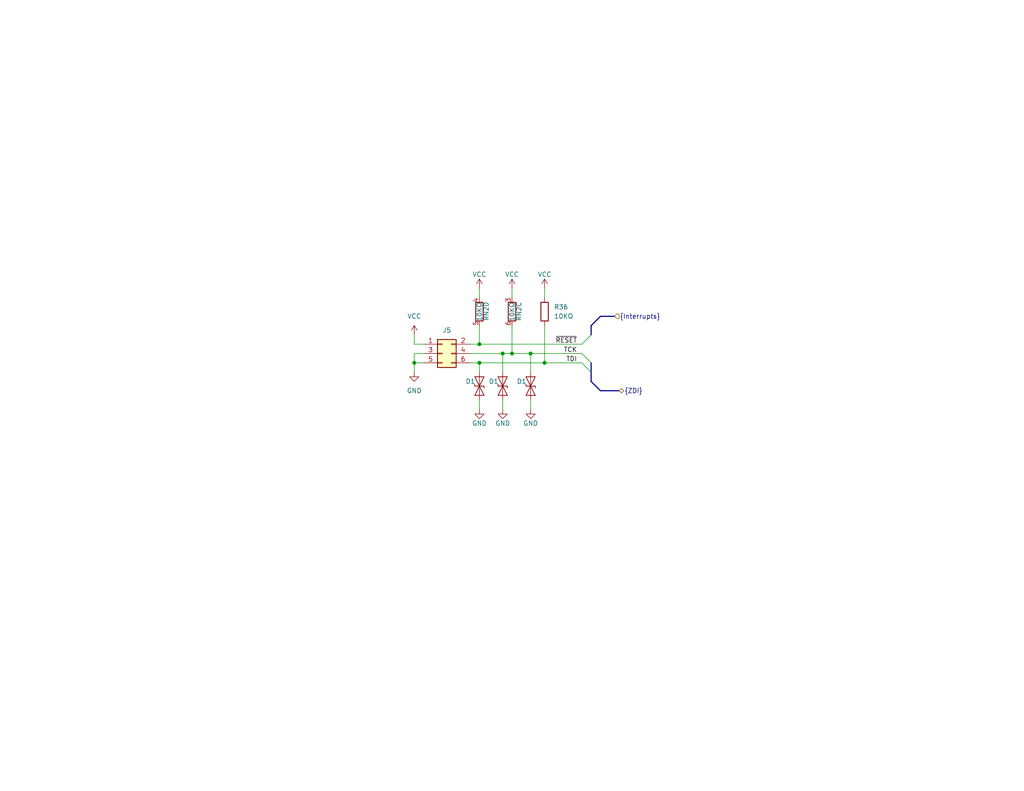
<source format=kicad_sch>
(kicad_sch (version 20230121) (generator eeschema)
  (paper "USLetter")
  (lib_symbols
    (symbol "Device:R_Pack04_Split" (pin_names (offset 0) hide)
      (property "Reference" "RN" (at 2.032 0 90))
      (property "Value" "R_Pack04_Split" (at 0 0 90))
      (symbol "R_Pack04_Split_0_1"
        (rectangle (start 1.016 2.54) (end -1.016 -2.54) (stroke (width 0.254)))
      )
      (symbol "R_Pack04_Split_1_1"
        (pin passive line (at 0 -3.81 90) (length 1.27) (name "R1.1") (number "1"))
        (pin passive line (at 0 3.81 270) (length 1.27) (name "R1.2") (number "8"))
      )
      (symbol "R_Pack04_Split_2_1"
        (pin passive line (at 0 -3.81 90) (length 1.27) (name "R2.1") (number "2"))
        (pin passive line (at 0 3.81 270) (length 1.27) (name "R2.2") (number "7"))
      )
      (symbol "R_Pack04_Split_3_1"
        (pin passive line (at 0 -3.81 90) (length 1.27) (name "R3.1") (number "3"))
        (pin passive line (at 0 3.81 270) (length 1.27) (name "R3.2") (number "6"))
      )
      (symbol "R_Pack04_Split_4_1"
        (pin passive line (at 0 -3.81 90) (length 1.27) (name "R4.1") (number "4"))
        (pin passive line (at 0 3.81 270) (length 1.27) (name "R4.2") (number "5"))
      )
    )
    (symbol "Diode:ESD9B3.3ST5G" (pin_numbers hide) (pin_names (offset 1.016) hide)
      (property "Reference" "D" (at 0 2.54 0))
      (property "Value" "ESD9B3.3ST5G" (at 0 -2.54 0))
      (symbol "ESD9B3.3ST5G_0_1"
        (polyline (pts (xy 1.27 0) (xy -1.27 0)))
        (polyline (pts (xy -2.54 -1.27) (xy 0 0) (xy -2.54 1.27) (xy -2.54 -1.27)) (stroke (width 0.2032)))
        (polyline (pts (xy 0.508 1.27) (xy 0 1.27) (xy 0 -1.27) (xy -0.508 -1.27)) (stroke (width 0.2032)))
        (polyline (pts (xy 2.54 1.27) (xy 2.54 -1.27) (xy 0 0) (xy 2.54 1.27)) (stroke (width 0.2032)))
      )
      (symbol "ESD9B3.3ST5G_1_1"
        (pin passive line (at -3.81 0 0) (length 2.54) (name "A1") (number "1"))
        (pin passive line (at 3.81 0 180) (length 2.54) (name "A2") (number "2"))
      )
    )
    (symbol "Turaco:Conn_02x03_Odd_Even" (pin_names (offset 1.016) hide)
      (property "Reference" "J" (at 1.27 5.08 0))
      (property "Value" "Conn_02x03_Odd_Even" (at 1.27 -5.08 0))
      (symbol "Conn_02x03_Odd_Even_1_1"
        (rectangle (start -1.27 -2.413) (end 0 -2.667) (stroke (width 0.1524)))
        (rectangle (start -1.27 0.127) (end 0 -0.127) (stroke (width 0.1524)))
        (rectangle (start -1.27 2.667) (end 0 2.413) (stroke (width 0.1524)))
        (rectangle (start -1.27 3.81) (end 3.81 -3.81) (stroke (width 0.254)) (fill (type background)))
        (rectangle (start 3.81 -2.413) (end 2.54 -2.667) (stroke (width 0.1524)))
        (rectangle (start 3.81 0.127) (end 2.54 -0.127) (stroke (width 0.1524)))
        (rectangle (start 3.81 2.667) (end 2.54 2.413) (stroke (width 0.1524)))
        (pin passive line (at -5.08 2.54 0) (length 3.81) (name "Pin_1") (number "1"))
        (pin passive line (at 7.62 2.54 180) (length 3.81) (name "Pin_2") (number "2"))
        (pin passive line (at -5.08 0 0) (length 3.81) (name "Pin_3") (number "3"))
        (pin passive line (at 7.62 0 180) (length 3.81) (name "Pin_4") (number "4"))
        (pin passive line (at -5.08 -2.54 0) (length 3.81) (name "Pin_5") (number "5"))
        (pin passive line (at 7.62 -2.54 180) (length 3.81) (name "Pin_6") (number "6"))
      )
    )
    (symbol "Turaco:R" (pin_numbers hide) (pin_names (offset 0))
      (property "Reference" "R" (at 2.032 0 90))
      (property "Value" "R" (at 0 0 90))
      (symbol "R_0_1"
        (rectangle (start -1.016 -2.54) (end 1.016 2.54) (stroke (width 0.254)))
      )
      (symbol "R_1_1"
        (pin passive line (at 0 3.81 270) (length 1.27) (name "~") (number "1"))
        (pin passive line (at 0 -3.81 90) (length 1.27) (name "~") (number "2"))
      )
    )
    (symbol "power:GND" (power) (pin_names (offset 0))
      (property "Value" "GND" (at 0 -3.81 0))
      (symbol "GND_0_1"
        (polyline (pts (xy 0 0) (xy 0 -1.27) (xy 1.27 -1.27) (xy 0 -2.54) (xy -1.27 -1.27) (xy 0 -1.27)))
      )
      (symbol "GND_1_1"
        (pin power_in line (at 0 0 270) (length 0) hide (name "GND") (number "1"))
      )
    )
    (symbol "power:VCC" (power) (pin_names (offset 0))
      (property "Value" "VCC" (at 0 3.81 0))
      (symbol "VCC_0_1"
        (polyline (pts (xy -0.762 1.27) (xy 0 2.54)))
        (polyline (pts (xy 0 0) (xy 0 2.54)))
        (polyline (pts (xy 0 2.54) (xy 0.762 1.27)))
      )
      (symbol "VCC_1_1"
        (pin power_in line (at 0 0 90) (length 0) hide (name "VCC") (number "1"))
      )
    )
  )
  (junction (at 144.78 96.52))
  (junction (at 113.03 99.06))
  (junction (at 130.81 93.98))
  (junction (at 130.81 99.06))
  (junction (at 139.7 96.52))
  (junction (at 148.59 99.06))
  (junction (at 137.16 96.52))
  (bus_entry (at 161.29 101.6) (size -2.54 -2.54))
  (bus_entry (at 161.29 99.06) (size -2.54 -2.54))
  (bus_entry (at 161.29 91.44) (size -2.54 2.54))
  (bus (pts (xy 161.29 88.9) (xy 161.29 91.44)))
  (wire (pts (xy 130.81 88.9) (xy 130.81 93.98)))
  (bus (pts (xy 163.83 86.36) (xy 167.64 86.36)))
  (wire (pts (xy 144.78 96.52) (xy 158.75 96.52)))
  (wire (pts (xy 113.03 99.06) (xy 115.57 99.06)))
  (wire (pts (xy 113.03 91.44) (xy 113.03 93.98)))
  (wire (pts (xy 137.16 109.22) (xy 137.16 111.76)))
  (wire (pts (xy 128.27 99.06) (xy 130.81 99.06)))
  (wire (pts (xy 113.03 93.98) (xy 115.57 93.98)))
  (wire (pts (xy 130.81 99.06) (xy 148.59 99.06)))
  (wire (pts (xy 139.7 96.52) (xy 144.78 96.52)))
  (wire (pts (xy 139.7 78.74) (xy 139.7 81.28)))
  (wire (pts (xy 128.27 96.52) (xy 137.16 96.52)))
  (wire (pts (xy 130.81 99.06) (xy 130.81 101.6)))
  (wire (pts (xy 130.81 78.74) (xy 130.81 81.28)))
  (wire (pts (xy 148.59 99.06) (xy 158.75 99.06)))
  (wire (pts (xy 139.7 88.9) (xy 139.7 96.52)))
  (wire (pts (xy 113.03 99.06) (xy 113.03 101.6)))
  (wire (pts (xy 144.78 96.52) (xy 144.78 101.6)))
  (bus (pts (xy 161.29 101.6) (xy 161.29 104.14)))
  (wire (pts (xy 113.03 96.52) (xy 115.57 96.52)))
  (bus (pts (xy 161.29 99.06) (xy 161.29 101.6)))
  (bus (pts (xy 168.91 106.68) (xy 163.83 106.68)))
  (wire (pts (xy 130.81 93.98) (xy 158.75 93.98)))
  (wire (pts (xy 137.16 96.52) (xy 139.7 96.52)))
  (wire (pts (xy 144.78 109.22) (xy 144.78 111.76)))
  (bus (pts (xy 163.83 106.68) (xy 161.29 104.14)))
  (wire (pts (xy 128.27 93.98) (xy 130.81 93.98)))
  (wire (pts (xy 113.03 96.52) (xy 113.03 99.06)))
  (wire (pts (xy 137.16 96.52) (xy 137.16 101.6)))
  (wire (pts (xy 130.81 109.22) (xy 130.81 111.76)))
  (bus (pts (xy 163.83 86.36) (xy 161.29 88.9)))
  (wire (pts (xy 148.59 88.9) (xy 148.59 99.06)))
  (wire (pts (xy 148.59 78.74) (xy 148.59 81.28)))
  (label "~{RESET}" (at 157.48 93.98 180))
  (label "TDI" (at 157.48 99.06 180))
  (label "TCK" (at 157.48 96.52 180))
  (hierarchical_label "{Interrupts}" (shape input) (at 167.64 86.36 0))
  (hierarchical_label "{ZDI}" (shape bidirectional) (at 168.91 106.68 0))
  (symbol (lib_id "power:GND") (at 137.16 111.76 0) (unit 1)
    (property "Reference" "#PWR031" (effects hide))
    (property "Value" "GND" (at 137.16 115.57 0))
    (instances (project "Revision 2" (path "" (reference "#PWR031") (unit 1)) (path "" (reference "#PWR0154") (unit 1)) (path "" (reference "#PWR0168") (unit 1)) (path "" (reference "#PWR0178") (unit 1))))
  )
  (symbol (lib_id "power:VCC") (at 148.59 78.74 0) (unit 1)
    (property "Reference" "#PWR0122" (effects hide))
    (property "Value" "VCC" (at 148.59 74.93 0))
  )
  (symbol (lib_id "power:GND") (at 130.81 111.76 0) (unit 1)
    (property "Reference" "#PWR031" (effects hide))
    (property "Value" "GND" (at 130.81 115.57 0))
    (instances (project "Revision 2" (path "" (reference "#PWR031") (unit 1)) (path "" (reference "#PWR0154") (unit 1)) (path "" (reference "#PWR0168") (unit 1)) (path "" (reference "#PWR0177") (unit 1))))
  )
  (symbol (lib_id "Device:R_Pack04_Split") (at 139.7 85.09 180) (unit 3)
    (property "Reference" "RN2" (at 141.5821 85.0457 90))
    (property "Value" "10KΩ" (at 139.7 85.09 90))
    (instances (project "Revision 2" (path "" (reference "RN2") (unit 3)) (path "" (reference "RN7") (unit 3)) (path "" (reference "RN7") (unit 3))))
  )
  (symbol (lib_id "Diode:ESD9B3.3ST5G") (at 130.81 105.41 270) (unit 1)
    (property "Reference" "D1" (at 127 104.1399 90) (effects (justify left)))
    (property "Value" "ESD9B3.3ST5G" (effects hide))
    (property "Footprint" "Diode_SMD:D_SOD-923" (effects hide))
    (property "Datasheet" "https://www.onsemi.com/pub/Collateral/ESD9B-D.PDF" (effects hide))
    (instances (project "Revision 2" (path "" (reference "D1") (unit 1)) (path "" (reference "D1") (unit 1)) (path "" (reference "D18") (unit 1)) (path "" (reference "D27") (unit 1))))
  )
  (symbol (lib_id "Turaco:R") (at 148.59 85.09 0) (unit 1)
    (property "Reference" "R36" (at 151.13 83.8199 0) (effects (justify left)))
    (property "Value" "10KΩ" (at 151.13 86.3599 0) (effects (justify left)))
  )
  (symbol (lib_id "power:GND") (at 113.03 101.6 0) (unit 1)
    (property "Reference" "#PWR0119" (effects hide))
    (property "Value" "GND" (at 113.03 106.68 0))
  )
  (symbol (lib_id "Turaco:Conn_02x03_Odd_Even") (at 120.65 96.52 0) (unit 1)
    (property "Reference" "J5" (at 121.92 90.17 0))
    (property "Value" "Conn_02x03_Odd_Even" (effects hide))
  )
  (symbol (lib_id "Diode:ESD9B3.3ST5G") (at 137.16 105.41 270) (unit 1)
    (property "Reference" "D1" (at 133.35 104.1399 90) (effects (justify left)))
    (property "Value" "ESD9B3.3ST5G" (effects hide))
    (property "Footprint" "Diode_SMD:D_SOD-923" (effects hide))
    (property "Datasheet" "https://www.onsemi.com/pub/Collateral/ESD9B-D.PDF" (effects hide))
    (instances (project "Revision 2" (path "" (reference "D1") (unit 1)) (path "" (reference "D1") (unit 1)) (path "" (reference "D18") (unit 1)) (path "" (reference "D28") (unit 1))))
  )
  (symbol (lib_id "power:VCC") (at 130.81 78.74 0) (unit 1)
    (property "Reference" "#PWR0120" (effects hide))
    (property "Value" "VCC" (at 130.81 74.93 0))
  )
  (symbol (lib_id "Device:R_Pack04_Split") (at 130.81 85.09 180) (unit 4)
    (property "Reference" "RN2" (at 132.6586 85.0084 90))
    (property "Value" "10KΩ" (at 130.81 85.09 90))
    (instances (project "Revision 2" (path "" (reference "RN2") (unit 4)) (path "" (reference "RN7") (unit 4)) (path "" (reference "RN7") (unit 4))))
  )
  (symbol (lib_id "power:VCC") (at 113.03 91.44 0) (unit 1)
    (property "Reference" "#PWR0118" (effects hide))
    (property "Value" "VCC" (at 113.03 86.36 0))
  )
  (symbol (lib_id "power:GND") (at 144.78 111.76 0) (unit 1)
    (property "Reference" "#PWR031" (effects hide))
    (property "Value" "GND" (at 144.78 115.57 0))
    (instances (project "Revision 2" (path "" (reference "#PWR031") (unit 1)) (path "" (reference "#PWR0154") (unit 1)) (path "" (reference "#PWR0168") (unit 1)) (path "" (reference "#PWR0179") (unit 1))))
  )
  (symbol (lib_id "power:VCC") (at 139.7 78.74 0) (unit 1)
    (property "Reference" "#PWR0121" (effects hide))
    (property "Value" "VCC" (at 139.7 74.93 0))
  )
  (symbol (lib_id "Diode:ESD9B3.3ST5G") (at 144.78 105.41 270) (unit 1)
    (property "Reference" "D1" (at 140.97 104.1399 90) (effects (justify left)))
    (property "Value" "ESD9B3.3ST5G" (effects hide))
    (property "Footprint" "Diode_SMD:D_SOD-923" (effects hide))
    (property "Datasheet" "https://www.onsemi.com/pub/Collateral/ESD9B-D.PDF" (effects hide))
    (instances (project "Revision 2" (path "" (reference "D1") (unit 1)) (path "" (reference "D1") (unit 1)) (path "" (reference "D18") (unit 1)) (path "" (reference "D29") (unit 1))))
  )
)
</source>
